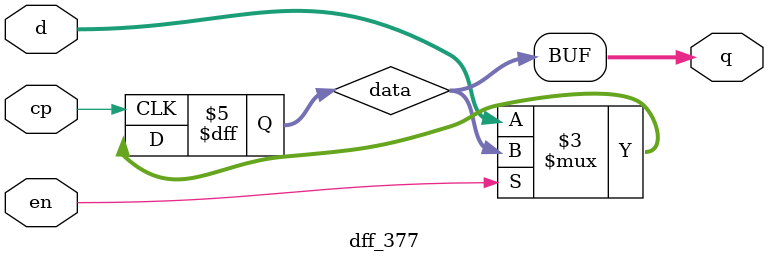
<source format=v>
module dff_377(
    input cp,
    input en,
    input [7:0] d,
    output [7:0] q);

    reg [7:0] data;

    assign q = data;

    always @ (posedge cp) begin
        if (!en)
            data <= d;
    end

    /* Instantiation:
    dff_377 new_instance (
        .cp(),
        .en(),
        .d(),
        .q()
    );
    */
endmodule
</source>
